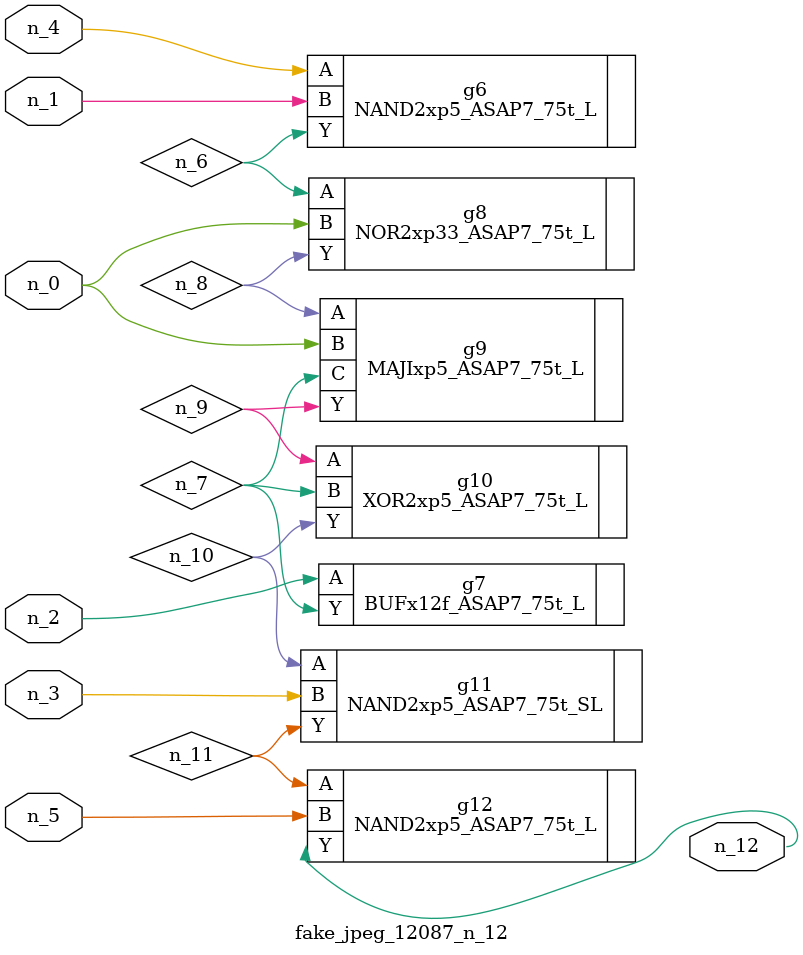
<source format=v>
module fake_jpeg_12087_n_12 (n_3, n_2, n_1, n_0, n_4, n_5, n_12);

input n_3;
input n_2;
input n_1;
input n_0;
input n_4;
input n_5;

output n_12;

wire n_11;
wire n_10;
wire n_8;
wire n_9;
wire n_6;
wire n_7;

NAND2xp5_ASAP7_75t_L g6 ( 
.A(n_4),
.B(n_1),
.Y(n_6)
);

BUFx12f_ASAP7_75t_L g7 ( 
.A(n_2),
.Y(n_7)
);

NOR2xp33_ASAP7_75t_L g8 ( 
.A(n_6),
.B(n_0),
.Y(n_8)
);

MAJIxp5_ASAP7_75t_L g9 ( 
.A(n_8),
.B(n_0),
.C(n_7),
.Y(n_9)
);

XOR2xp5_ASAP7_75t_L g10 ( 
.A(n_9),
.B(n_7),
.Y(n_10)
);

NAND2xp5_ASAP7_75t_SL g11 ( 
.A(n_10),
.B(n_3),
.Y(n_11)
);

NAND2xp5_ASAP7_75t_L g12 ( 
.A(n_11),
.B(n_5),
.Y(n_12)
);


endmodule
</source>
